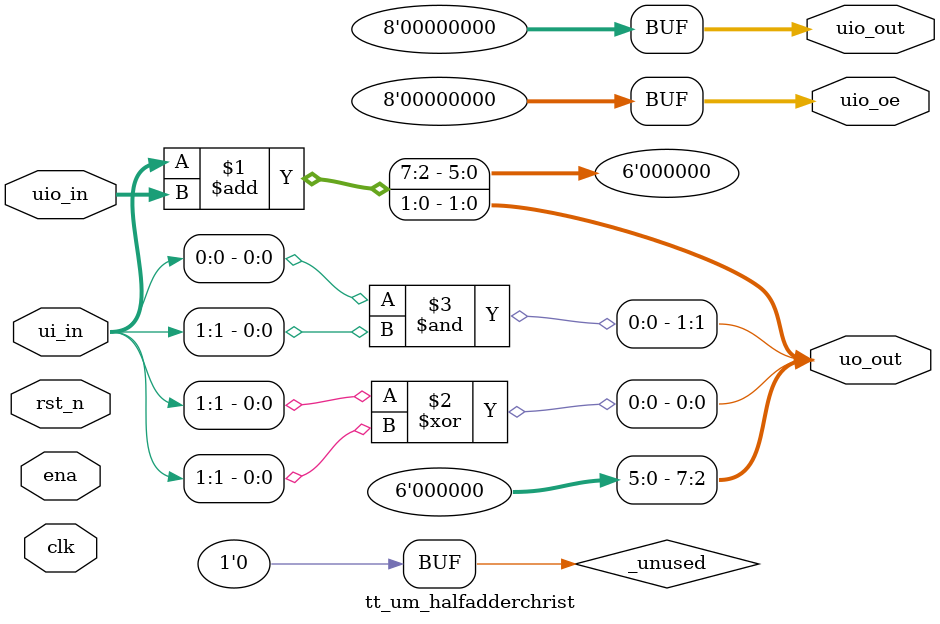
<source format=v>
/*
 * Copyright (c) 2024 Your Name
 * SPDX-License-Identifier: Apache-2.0
 */

`default_nettype none

module tt_um_halfadderchrist (
    input  wire [7:0] ui_in,    // Dedicated inputs
    output wire [7:0] uo_out,   // Dedicated outputs
    input  wire [7:0] uio_in,   // IOs: Input path
    output wire [7:0] uio_out,  // IOs: Output path
    output wire [7:0] uio_oe,   // IOs: Enable path (active high: 0=input, 1=output)
    input  wire       ena,      // always 1 when the design is powered, so you can ignore it
    input  wire       clk,      // clock
    input  wire       rst_n     // reset_n - low to reset
);

  // All output pins must be assigned. If not used, assign to 0.
  assign uo_out  = ui_in + uio_in;  // Example: ou_out is the sum of ui_in and uio_in
    assign uo_out[0]=ui_in[1]^ui_in[1];
    assign uo_out[1]=ui_in[0]&ui_in[1];  
  assign uio_out = 0;
  assign uio_oe  = 0;
    assign uo_out[7:2]=6'b0;

  // List all unused inputs to prevent warnings
  wire _unused = &{ena, clk, rst_n, 1'b0};

endmodule

</source>
